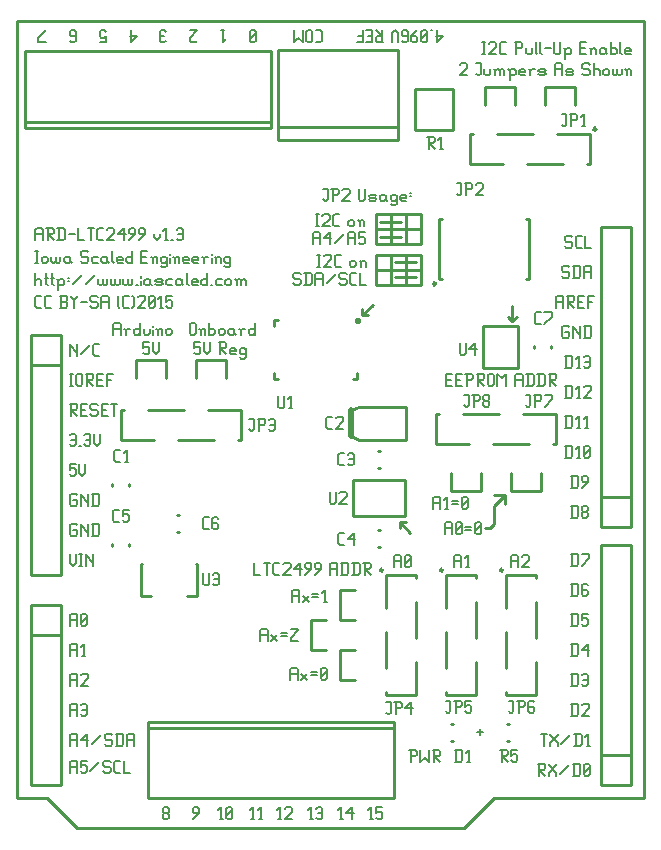
<source format=gbr>
G04 start of page 8 for group -4079 idx -4079 *
G04 Title: (unknown), topsilk *
G04 Creator: pcb 20140316 *
G04 CreationDate: Wed 25 Nov 2015 05:30:27 PM GMT UTC *
G04 For: ndholmes *
G04 Format: Gerber/RS-274X *
G04 PCB-Dimensions (mil): 2100.00 2700.00 *
G04 PCB-Coordinate-Origin: lower left *
%MOIN*%
%FSLAX25Y25*%
%LNTOPSILK*%
%ADD72C,0.0200*%
%ADD71C,0.0080*%
%ADD70C,0.0100*%
G54D70*X500Y269500D02*X209500D01*
X500Y10500D02*Y269500D01*
X40000Y150500D02*Y156500D01*
X50000D01*
Y150500D01*
X60000D02*Y156500D01*
X70000D01*
Y150500D01*
X209500Y269500D02*Y10500D01*
X119000Y175000D02*X115500Y171500D01*
Y173500D01*
Y171500D02*X117500D01*
X120000Y181600D02*X135000D01*
X156500Y241500D02*Y247500D01*
X166500D01*
Y241500D01*
X176500D02*Y247500D01*
X186500D01*
Y241500D01*
X165500Y169500D02*Y174500D01*
Y169500D02*X164000Y171000D01*
X165500Y169500D02*X167000Y171000D01*
X120000Y195100D02*X135000D01*
Y200100D02*X120000D01*
X135000Y205100D02*Y195100D01*
X130000Y205100D02*Y195100D01*
X121500Y202600D02*X128500D01*
X121500Y197600D02*X128500D01*
X120000Y205100D02*X135000D01*
X125000D02*Y195100D01*
X120000Y205100D02*Y195100D01*
X135000Y186600D02*X120000D01*
Y191600D02*X135000D01*
X125000D02*Y181600D01*
X120000Y191600D02*Y181600D01*
X135000Y191600D02*Y181600D01*
X130000Y191600D02*Y181600D01*
X126500Y189100D02*X133500D01*
X126500Y184100D02*X133500D01*
X159500Y10500D02*X149500Y500D01*
X209500Y10500D02*X159500D01*
X149500Y500D02*X20500D01*
X500Y10500D02*X10500D01*
X20500Y500D02*X10500Y10500D01*
X113000Y80000D02*X108000D01*
Y70000D01*
X113000D01*
X108000Y60000D02*Y50000D01*
X113000D01*
Y60000D02*X108000D01*
X103500Y70000D02*X98500D01*
Y60000D01*
X103500D01*
X131500Y99000D02*X128000Y102500D01*
X130000D01*
X128000D02*Y100500D01*
X156500D02*X158000D01*
X159500Y102000D01*
X145000Y113000D02*Y119000D01*
Y113000D02*X155000D01*
Y119000D02*Y113000D01*
X163000Y111500D02*X159500D01*
X163000D02*Y108500D01*
X159500Y102000D02*Y108000D01*
X163000Y111500D01*
X165000Y113000D02*Y119000D01*
X175000D02*Y113000D01*
X165000D02*X175000D01*
G54D71*X18000Y122000D02*X20000D01*
X18000D02*Y120000D01*
X18500Y120500D01*
X19500D01*
X20000Y120000D01*
Y118500D01*
X19500Y118000D02*X20000Y118500D01*
X18500Y118000D02*X19500D01*
X18000Y118500D02*X18500Y118000D01*
X21200Y122000D02*Y119000D01*
X22200Y118000D01*
X23200Y119000D01*
Y122000D02*Y119000D01*
X18000Y131500D02*X18500Y132000D01*
X19500D01*
X20000Y131500D01*
Y128500D01*
X19500Y128000D02*X20000Y128500D01*
X18500Y128000D02*X19500D01*
X18000Y128500D02*X18500Y128000D01*
Y130000D02*X20000D01*
X21200Y128000D02*X21700D01*
X22900Y131500D02*X23400Y132000D01*
X24400D01*
X24900Y131500D01*
Y128500D01*
X24400Y128000D02*X24900Y128500D01*
X23400Y128000D02*X24400D01*
X22900Y128500D02*X23400Y128000D01*
Y130000D02*X24900D01*
X26100Y132000D02*Y129000D01*
X27100Y128000D01*
X28100Y129000D01*
Y132000D02*Y129000D01*
X18000Y152000D02*X19000D01*
X18500D02*Y148000D01*
X18000D02*X19000D01*
X20200Y151500D02*Y148500D01*
Y151500D02*X20700Y152000D01*
X21700D01*
X22200Y151500D01*
Y148500D01*
X21700Y148000D02*X22200Y148500D01*
X20700Y148000D02*X21700D01*
X20200Y148500D02*X20700Y148000D01*
X23400Y152000D02*X25400D01*
X25900Y151500D01*
Y150500D01*
X25400Y150000D02*X25900Y150500D01*
X23900Y150000D02*X25400D01*
X23900Y152000D02*Y148000D01*
Y150000D02*X25900Y148000D01*
X27100Y150000D02*X28600D01*
X27100Y148000D02*X29100D01*
X27100Y152000D02*Y148000D01*
Y152000D02*X29100D01*
X30300D02*Y148000D01*
Y152000D02*X32300D01*
X30300Y150000D02*X31800D01*
X18000Y142000D02*X20000D01*
X20500Y141500D01*
Y140500D01*
X20000Y140000D02*X20500Y140500D01*
X18500Y140000D02*X20000D01*
X18500Y142000D02*Y138000D01*
Y140000D02*X20500Y138000D01*
X21700Y140000D02*X23200D01*
X21700Y138000D02*X23700D01*
X21700Y142000D02*Y138000D01*
Y142000D02*X23700D01*
X26900D02*X27400Y141500D01*
X25400Y142000D02*X26900D01*
X24900Y141500D02*X25400Y142000D01*
X24900Y141500D02*Y140500D01*
X25400Y140000D01*
X26900D01*
X27400Y139500D01*
Y138500D01*
X26900Y138000D02*X27400Y138500D01*
X25400Y138000D02*X26900D01*
X24900Y138500D02*X25400Y138000D01*
X28600Y140000D02*X30100D01*
X28600Y138000D02*X30600D01*
X28600Y142000D02*Y138000D01*
Y142000D02*X30600D01*
X31800D02*X33800D01*
X32800D02*Y138000D01*
X18000Y162000D02*Y158000D01*
Y162000D02*Y161500D01*
X20500Y159000D01*
Y162000D02*Y158000D01*
X21700Y158500D02*X24700Y161500D01*
X26400Y158000D02*X27900D01*
X25900Y158500D02*X26400Y158000D01*
X25900Y161500D02*Y158500D01*
Y161500D02*X26400Y162000D01*
X27900D01*
X18000Y92000D02*Y89000D01*
X19000Y88000D01*
X20000Y89000D01*
Y92000D02*Y89000D01*
X21200Y92000D02*X22200D01*
X21700D02*Y88000D01*
X21200D02*X22200D01*
X23400Y92000D02*Y88000D01*
Y92000D02*Y91500D01*
X25900Y89000D01*
Y92000D02*Y88000D01*
X20000Y102000D02*X20500Y101500D01*
X18500Y102000D02*X20000D01*
X18000Y101500D02*X18500Y102000D01*
X18000Y101500D02*Y98500D01*
X18500Y98000D01*
X20000D01*
X20500Y98500D01*
Y99500D02*Y98500D01*
X20000Y100000D02*X20500Y99500D01*
X19000Y100000D02*X20000D01*
X21700Y102000D02*Y98000D01*
Y102000D02*Y101500D01*
X24200Y99000D01*
Y102000D02*Y98000D01*
X25900Y102000D02*Y98000D01*
X27400Y102000D02*X27900Y101500D01*
Y98500D01*
X27400Y98000D02*X27900Y98500D01*
X25400Y98000D02*X27400D01*
X25400Y102000D02*X27400D01*
X20000Y112000D02*X20500Y111500D01*
X18500Y112000D02*X20000D01*
X18000Y111500D02*X18500Y112000D01*
X18000Y111500D02*Y108500D01*
X18500Y108000D01*
X20000D01*
X20500Y108500D01*
Y109500D02*Y108500D01*
X20000Y110000D02*X20500Y109500D01*
X19000Y110000D02*X20000D01*
X21700Y112000D02*Y108000D01*
Y112000D02*Y111500D01*
X24200Y109000D01*
Y112000D02*Y108000D01*
X25900Y112000D02*Y108000D01*
X27400Y112000D02*X27900Y111500D01*
Y108500D01*
X27400Y108000D02*X27900Y108500D01*
X25400Y108000D02*X27400D01*
X25400Y112000D02*X27400D01*
X142500Y264500D02*X140500Y262500D01*
X140000Y264500D02*X142500D01*
X140500Y266500D02*Y262500D01*
X138300Y266500D02*X138800D01*
X137100Y266000D02*X136600Y266500D01*
X137100Y266000D02*Y263000D01*
X136600Y262500D01*
X135600D02*X136600D01*
X135600D02*X135100Y263000D01*
Y266000D02*Y263000D01*
X135600Y266500D02*X135100Y266000D01*
X135600Y266500D02*X136600D01*
X137100Y265500D02*X135100Y263500D01*
X133900Y266500D02*X131900Y264500D01*
Y263000D01*
X132400Y262500D02*X131900Y263000D01*
X132400Y262500D02*X133400D01*
X133900Y263000D02*X133400Y262500D01*
X133900Y264000D02*Y263000D01*
Y264000D02*X133400Y264500D01*
X131900D02*X133400D01*
X129200Y262500D02*X128700Y263000D01*
X129200Y262500D02*X130200D01*
X130700Y263000D02*X130200Y262500D01*
X130700Y266000D02*Y263000D01*
Y266000D02*X130200Y266500D01*
X129200Y264500D02*X128700Y265000D01*
X129200Y264500D02*X130700D01*
X129200Y266500D02*X130200D01*
X129200D02*X128700Y266000D01*
Y265000D01*
X127500Y265500D02*Y262500D01*
Y265500D02*X126500Y266500D01*
X125500Y265500D01*
Y262500D01*
X120500D02*X122500D01*
X120500D02*X120000Y263000D01*
Y264000D02*Y263000D01*
X120500Y264500D02*X120000Y264000D01*
X120500Y264500D02*X122000D01*
Y266500D02*Y262500D01*
Y264500D02*X120000Y266500D01*
X117300Y264500D02*X118800D01*
X116800Y266500D02*X118800D01*
Y262500D01*
X116800D02*X118800D01*
X115600Y266500D02*Y262500D01*
X113600D02*X115600D01*
X114100Y264500D02*X115600D01*
X100000Y266500D02*X101500D01*
X102000Y266000D02*X101500Y266500D01*
X102000Y266000D02*Y263000D01*
X101500Y262500D01*
X100000D02*X101500D01*
X98800Y266000D02*Y263000D01*
X98300Y262500D01*
X97300D02*X98300D01*
X97300D02*X96800Y263000D01*
Y266000D02*Y263000D01*
X97300Y266500D02*X96800Y266000D01*
X97300Y266500D02*X98300D01*
X98800Y266000D02*X98300Y266500D01*
X95600D02*Y262500D01*
X94100Y264000D01*
X92600Y262500D01*
Y266500D02*Y262500D01*
X80000Y266000D02*X79500Y266500D01*
X80000Y266000D02*Y263000D01*
X79500Y262500D01*
X78500D02*X79500D01*
X78500D02*X78000Y263000D01*
Y266000D02*Y263000D01*
X78500Y266500D02*X78000Y266000D01*
X78500Y266500D02*X79500D01*
X80000Y265500D02*X78000Y263500D01*
X68500Y266500D02*X69500D01*
X69000D02*Y262500D01*
X70000Y263500D02*X69000Y262500D01*
X148000Y255000D02*X148500Y255500D01*
X150000D01*
X150500Y255000D01*
Y254000D01*
X148000Y251500D02*X150500Y254000D01*
X148000Y251500D02*X150500D01*
X153500Y255500D02*X155000D01*
Y252000D01*
X154500Y251500D02*X155000Y252000D01*
X154000Y251500D02*X154500D01*
X153500Y252000D02*X154000Y251500D01*
X156200Y253500D02*Y252000D01*
X156700Y251500D01*
X157700D01*
X158200Y252000D01*
Y253500D02*Y252000D01*
X159900Y253000D02*Y251500D01*
Y253000D02*X160400Y253500D01*
X160900D01*
X161400Y253000D01*
Y251500D01*
Y253000D02*X161900Y253500D01*
X162400D01*
X162900Y253000D01*
Y251500D01*
X159400Y253500D02*X159900Y253000D01*
X164600D02*Y250000D01*
X164100Y253500D02*X164600Y253000D01*
X165100Y253500D01*
X166100D01*
X166600Y253000D01*
Y252000D01*
X166100Y251500D02*X166600Y252000D01*
X165100Y251500D02*X166100D01*
X164600Y252000D02*X165100Y251500D01*
X168300D02*X169800D01*
X167800Y252000D02*X168300Y251500D01*
X167800Y253000D02*Y252000D01*
Y253000D02*X168300Y253500D01*
X169300D01*
X169800Y253000D01*
X167800Y252500D02*X169800D01*
Y253000D02*Y252500D01*
X171500Y253000D02*Y251500D01*
Y253000D02*X172000Y253500D01*
X173000D01*
X171000D02*X171500Y253000D01*
X174700Y251500D02*X176200D01*
X176700Y252000D01*
X176200Y252500D02*X176700Y252000D01*
X174700Y252500D02*X176200D01*
X174200Y253000D02*X174700Y252500D01*
X174200Y253000D02*X174700Y253500D01*
X176200D01*
X176700Y253000D01*
X174200Y252000D02*X174700Y251500D01*
X179700Y255000D02*Y251500D01*
Y255000D02*X180200Y255500D01*
X181700D01*
X182200Y255000D01*
Y251500D01*
X179700Y253500D02*X182200D01*
X183900Y251500D02*X185400D01*
X185900Y252000D01*
X185400Y252500D02*X185900Y252000D01*
X183900Y252500D02*X185400D01*
X183400Y253000D02*X183900Y252500D01*
X183400Y253000D02*X183900Y253500D01*
X185400D01*
X185900Y253000D01*
X183400Y252000D02*X183900Y251500D01*
X190900Y255500D02*X191400Y255000D01*
X189400Y255500D02*X190900D01*
X188900Y255000D02*X189400Y255500D01*
X188900Y255000D02*Y254000D01*
X189400Y253500D01*
X190900D01*
X191400Y253000D01*
Y252000D01*
X190900Y251500D02*X191400Y252000D01*
X189400Y251500D02*X190900D01*
X188900Y252000D02*X189400Y251500D01*
X192600Y255500D02*Y251500D01*
Y253000D02*X193100Y253500D01*
X194100D01*
X194600Y253000D01*
Y251500D01*
X195800Y253000D02*Y252000D01*
Y253000D02*X196300Y253500D01*
X197300D01*
X197800Y253000D01*
Y252000D01*
X197300Y251500D02*X197800Y252000D01*
X196300Y251500D02*X197300D01*
X195800Y252000D02*X196300Y251500D01*
X199000Y253500D02*Y252000D01*
X199500Y251500D01*
X200000D01*
X200500Y252000D01*
Y253500D02*Y252000D01*
X201000Y251500D01*
X201500D01*
X202000Y252000D01*
Y253500D02*Y252000D01*
X203700Y253000D02*Y251500D01*
Y253000D02*X204200Y253500D01*
X204700D01*
X205200Y253000D01*
Y251500D01*
X203200Y253500D02*X203700Y253000D01*
X155500Y262500D02*X156500D01*
X156000D02*Y258500D01*
X155500D02*X156500D01*
X157700Y262000D02*X158200Y262500D01*
X159700D01*
X160200Y262000D01*
Y261000D01*
X157700Y258500D02*X160200Y261000D01*
X157700Y258500D02*X160200D01*
X161900D02*X163400D01*
X161400Y259000D02*X161900Y258500D01*
X161400Y262000D02*Y259000D01*
Y262000D02*X161900Y262500D01*
X163400D01*
X166900D02*Y258500D01*
X166400Y262500D02*X168400D01*
X168900Y262000D01*
Y261000D01*
X168400Y260500D02*X168900Y261000D01*
X166900Y260500D02*X168400D01*
X170100D02*Y259000D01*
X170600Y258500D01*
X171600D01*
X172100Y259000D01*
Y260500D02*Y259000D01*
X173300Y262500D02*Y259000D01*
X173800Y258500D01*
X174800Y262500D02*Y259000D01*
X175300Y258500D01*
X176300Y260500D02*X178300D01*
X179500Y262500D02*Y259000D01*
X180000Y258500D01*
X181000D01*
X181500Y259000D01*
Y262500D02*Y259000D01*
X183200Y260000D02*Y257000D01*
X182700Y260500D02*X183200Y260000D01*
X183700Y260500D01*
X184700D01*
X185200Y260000D01*
Y259000D01*
X184700Y258500D02*X185200Y259000D01*
X183700Y258500D02*X184700D01*
X183200Y259000D02*X183700Y258500D01*
X188200Y260500D02*X189700D01*
X188200Y258500D02*X190200D01*
X188200Y262500D02*Y258500D01*
Y262500D02*X190200D01*
X191900Y260000D02*Y258500D01*
Y260000D02*X192400Y260500D01*
X192900D01*
X193400Y260000D01*
Y258500D01*
X191400Y260500D02*X191900Y260000D01*
X196100Y260500D02*X196600Y260000D01*
X195100Y260500D02*X196100D01*
X194600Y260000D02*X195100Y260500D01*
X194600Y260000D02*Y259000D01*
X195100Y258500D01*
X196600Y260500D02*Y259000D01*
X197100Y258500D01*
X195100D02*X196100D01*
X196600Y259000D01*
X198300Y262500D02*Y258500D01*
Y259000D02*X198800Y258500D01*
X199800D01*
X200300Y259000D01*
Y260000D02*Y259000D01*
X199800Y260500D02*X200300Y260000D01*
X198800Y260500D02*X199800D01*
X198300Y260000D02*X198800Y260500D01*
X201500Y262500D02*Y259000D01*
X202000Y258500D01*
X203500D02*X205000D01*
X203000Y259000D02*X203500Y258500D01*
X203000Y260000D02*Y259000D01*
Y260000D02*X203500Y260500D01*
X204500D01*
X205000Y260000D01*
X203000Y259500D02*X205000D01*
Y260000D02*Y259500D01*
X60500Y263000D02*X60000Y262500D01*
X58500D02*X60000D01*
X58500D02*X58000Y263000D01*
Y264000D02*Y263000D01*
X60500Y266500D02*X58000Y264000D01*
Y266500D02*X60500D01*
X50000Y263000D02*X49500Y262500D01*
X48500D02*X49500D01*
X48500D02*X48000Y263000D01*
Y266000D02*Y263000D01*
X48500Y266500D02*X48000Y266000D01*
X48500Y266500D02*X49500D01*
X50000Y266000D02*X49500Y266500D01*
X48000Y264500D02*X49500D01*
X40500D02*X38500Y262500D01*
X38000Y264500D02*X40500D01*
X38500Y266500D02*Y262500D01*
X28000D02*X30000D01*
Y264500D02*Y262500D01*
Y264500D02*X29500Y264000D01*
X28500D02*X29500D01*
X28500D02*X28000Y264500D01*
Y266000D02*Y264500D01*
X28500Y266500D02*X28000Y266000D01*
X28500Y266500D02*X29500D01*
X30000Y266000D02*X29500Y266500D01*
X18500Y262500D02*X18000Y263000D01*
X18500Y262500D02*X19500D01*
X20000Y263000D02*X19500Y262500D01*
X20000Y266000D02*Y263000D01*
Y266000D02*X19500Y266500D01*
X18500Y264500D02*X18000Y265000D01*
X18500Y264500D02*X20000D01*
X18500Y266500D02*X19500D01*
X18500D02*X18000Y266000D01*
Y265000D01*
X10000Y266500D02*X7500Y264000D01*
Y262500D01*
X10000D01*
X185500Y108000D02*Y104000D01*
X187000Y108000D02*X187500Y107500D01*
Y104500D01*
X187000Y104000D02*X187500Y104500D01*
X185000Y104000D02*X187000D01*
X185000Y108000D02*X187000D01*
X188700Y104500D02*X189200Y104000D01*
X188700Y105500D02*Y104500D01*
Y105500D02*X189200Y106000D01*
X190200D01*
X190700Y105500D01*
Y104500D01*
X190200Y104000D02*X190700Y104500D01*
X189200Y104000D02*X190200D01*
X188700Y106500D02*X189200Y106000D01*
X188700Y107500D02*Y106500D01*
Y107500D02*X189200Y108000D01*
X190200D01*
X190700Y107500D01*
Y106500D01*
X190200Y106000D02*X190700Y106500D01*
X183500Y138000D02*Y134000D01*
X185000Y138000D02*X185500Y137500D01*
Y134500D01*
X185000Y134000D02*X185500Y134500D01*
X183000Y134000D02*X185000D01*
X183000Y138000D02*X185000D01*
X187200Y134000D02*X188200D01*
X187700Y138000D02*Y134000D01*
X186700Y137000D02*X187700Y138000D01*
X189900Y134000D02*X190900D01*
X190400Y138000D02*Y134000D01*
X189400Y137000D02*X190400Y138000D01*
X183500Y128000D02*Y124000D01*
X185000Y128000D02*X185500Y127500D01*
Y124500D01*
X185000Y124000D02*X185500Y124500D01*
X183000Y124000D02*X185000D01*
X183000Y128000D02*X185000D01*
X187200Y124000D02*X188200D01*
X187700Y128000D02*Y124000D01*
X186700Y127000D02*X187700Y128000D01*
X189400Y124500D02*X189900Y124000D01*
X189400Y127500D02*Y124500D01*
Y127500D02*X189900Y128000D01*
X190900D01*
X191400Y127500D01*
Y124500D01*
X190900Y124000D02*X191400Y124500D01*
X189900Y124000D02*X190900D01*
X189400Y125000D02*X191400Y127000D01*
X185500Y118000D02*Y114000D01*
X187000Y118000D02*X187500Y117500D01*
Y114500D01*
X187000Y114000D02*X187500Y114500D01*
X185000Y114000D02*X187000D01*
X185000Y118000D02*X187000D01*
X188700Y114000D02*X190700Y116000D01*
Y117500D02*Y116000D01*
X190200Y118000D02*X190700Y117500D01*
X189200Y118000D02*X190200D01*
X188700Y117500D02*X189200Y118000D01*
X188700Y117500D02*Y116500D01*
X189200Y116000D01*
X190700D01*
X180000Y177500D02*Y174000D01*
Y177500D02*X180500Y178000D01*
X182000D01*
X182500Y177500D01*
Y174000D01*
X180000Y176000D02*X182500D01*
X183700Y178000D02*X185700D01*
X186200Y177500D01*
Y176500D01*
X185700Y176000D02*X186200Y176500D01*
X184200Y176000D02*X185700D01*
X184200Y178000D02*Y174000D01*
Y176000D02*X186200Y174000D01*
X187400Y176000D02*X188900D01*
X187400Y174000D02*X189400D01*
X187400Y178000D02*Y174000D01*
Y178000D02*X189400D01*
X190600D02*Y174000D01*
Y178000D02*X192600D01*
X190600Y176000D02*X192100D01*
X185000Y198000D02*X185500Y197500D01*
X183500Y198000D02*X185000D01*
X183000Y197500D02*X183500Y198000D01*
X183000Y197500D02*Y196500D01*
X183500Y196000D01*
X185000D01*
X185500Y195500D01*
Y194500D01*
X185000Y194000D02*X185500Y194500D01*
X183500Y194000D02*X185000D01*
X183000Y194500D02*X183500Y194000D01*
X187200D02*X188700D01*
X186700Y194500D02*X187200Y194000D01*
X186700Y197500D02*Y194500D01*
Y197500D02*X187200Y198000D01*
X188700D01*
X189900D02*Y194000D01*
X191900D01*
X184000Y168000D02*X184500Y167500D01*
X182500Y168000D02*X184000D01*
X182000Y167500D02*X182500Y168000D01*
X182000Y167500D02*Y164500D01*
X182500Y164000D01*
X184000D01*
X184500Y164500D01*
Y165500D02*Y164500D01*
X184000Y166000D02*X184500Y165500D01*
X183000Y166000D02*X184000D01*
X185700Y168000D02*Y164000D01*
Y168000D02*Y167500D01*
X188200Y165000D01*
Y168000D02*Y164000D01*
X189900Y168000D02*Y164000D01*
X191400Y168000D02*X191900Y167500D01*
Y164500D01*
X191400Y164000D02*X191900Y164500D01*
X189400Y164000D02*X191400D01*
X189400Y168000D02*X191400D01*
X184000Y188000D02*X184500Y187500D01*
X182500Y188000D02*X184000D01*
X182000Y187500D02*X182500Y188000D01*
X182000Y187500D02*Y186500D01*
X182500Y186000D01*
X184000D01*
X184500Y185500D01*
Y184500D01*
X184000Y184000D02*X184500Y184500D01*
X182500Y184000D02*X184000D01*
X182000Y184500D02*X182500Y184000D01*
X186200Y188000D02*Y184000D01*
X187700Y188000D02*X188200Y187500D01*
Y184500D01*
X187700Y184000D02*X188200Y184500D01*
X185700Y184000D02*X187700D01*
X185700Y188000D02*X187700D01*
X189400Y187500D02*Y184000D01*
Y187500D02*X189900Y188000D01*
X191400D01*
X191900Y187500D01*
Y184000D01*
X189400Y186000D02*X191900D01*
X183500Y158000D02*Y154000D01*
X185000Y158000D02*X185500Y157500D01*
Y154500D01*
X185000Y154000D02*X185500Y154500D01*
X183000Y154000D02*X185000D01*
X183000Y158000D02*X185000D01*
X187200Y154000D02*X188200D01*
X187700Y158000D02*Y154000D01*
X186700Y157000D02*X187700Y158000D01*
X189400Y157500D02*X189900Y158000D01*
X190900D01*
X191400Y157500D01*
Y154500D01*
X190900Y154000D02*X191400Y154500D01*
X189900Y154000D02*X190900D01*
X189400Y154500D02*X189900Y154000D01*
Y156000D02*X191400D01*
X183500Y148000D02*Y144000D01*
X185000Y148000D02*X185500Y147500D01*
Y144500D01*
X185000Y144000D02*X185500Y144500D01*
X183000Y144000D02*X185000D01*
X183000Y148000D02*X185000D01*
X187200Y144000D02*X188200D01*
X187700Y148000D02*Y144000D01*
X186700Y147000D02*X187700Y148000D01*
X189400Y147500D02*X189900Y148000D01*
X191400D01*
X191900Y147500D01*
Y146500D01*
X189400Y144000D02*X191900Y146500D01*
X189400Y144000D02*X191900D01*
X149500Y145000D02*X151000D01*
Y141500D01*
X150500Y141000D02*X151000Y141500D01*
X150000Y141000D02*X150500D01*
X149500Y141500D02*X150000Y141000D01*
X152700Y145000D02*Y141000D01*
X152200Y145000D02*X154200D01*
X154700Y144500D01*
Y143500D01*
X154200Y143000D02*X154700Y143500D01*
X152700Y143000D02*X154200D01*
X155900Y141500D02*X156400Y141000D01*
X155900Y142500D02*Y141500D01*
Y142500D02*X156400Y143000D01*
X157400D01*
X157900Y142500D01*
Y141500D01*
X157400Y141000D02*X157900Y141500D01*
X156400Y141000D02*X157400D01*
X155900Y143500D02*X156400Y143000D01*
X155900Y144500D02*Y143500D01*
Y144500D02*X156400Y145000D01*
X157400D01*
X157900Y144500D01*
Y143500D01*
X157400Y143000D02*X157900Y143500D01*
X170000Y145000D02*X171500D01*
Y141500D01*
X171000Y141000D02*X171500Y141500D01*
X170500Y141000D02*X171000D01*
X170000Y141500D02*X170500Y141000D01*
X173200Y145000D02*Y141000D01*
X172700Y145000D02*X174700D01*
X175200Y144500D01*
Y143500D01*
X174700Y143000D02*X175200Y143500D01*
X173200Y143000D02*X174700D01*
X176400Y141000D02*X178900Y143500D01*
Y145000D02*Y143500D01*
X176400Y145000D02*X178900D01*
X139000Y110500D02*Y107000D01*
Y110500D02*X139500Y111000D01*
X141000D01*
X141500Y110500D01*
Y107000D01*
X139000Y109000D02*X141500D01*
X143200Y107000D02*X144200D01*
X143700Y111000D02*Y107000D01*
X142700Y110000D02*X143700Y111000D01*
X145400Y109500D02*X147400D01*
X145400Y108500D02*X147400D01*
X148600Y107500D02*X149100Y107000D01*
X148600Y110500D02*Y107500D01*
Y110500D02*X149100Y111000D01*
X150100D01*
X150600Y110500D01*
Y107500D01*
X150100Y107000D02*X150600Y107500D01*
X149100Y107000D02*X150100D01*
X148600Y108000D02*X150600Y110000D01*
X143000Y102000D02*Y98500D01*
Y102000D02*X143500Y102500D01*
X145000D01*
X145500Y102000D01*
Y98500D01*
X143000Y100500D02*X145500D01*
X146700Y99000D02*X147200Y98500D01*
X146700Y102000D02*Y99000D01*
Y102000D02*X147200Y102500D01*
X148200D01*
X148700Y102000D01*
Y99000D01*
X148200Y98500D02*X148700Y99000D01*
X147200Y98500D02*X148200D01*
X146700Y99500D02*X148700Y101500D01*
X149900Y101000D02*X151900D01*
X149900Y100000D02*X151900D01*
X153100Y99000D02*X153600Y98500D01*
X153100Y102000D02*Y99000D01*
Y102000D02*X153600Y102500D01*
X154600D01*
X155100Y102000D01*
Y99000D01*
X154600Y98500D02*X155100Y99000D01*
X153600Y98500D02*X154600D01*
X153100Y99500D02*X155100Y101500D01*
X143500Y150000D02*X145000D01*
X143500Y148000D02*X145500D01*
X143500Y152000D02*Y148000D01*
Y152000D02*X145500D01*
X146700Y150000D02*X148200D01*
X146700Y148000D02*X148700D01*
X146700Y152000D02*Y148000D01*
Y152000D02*X148700D01*
X150400D02*Y148000D01*
X149900Y152000D02*X151900D01*
X152400Y151500D01*
Y150500D01*
X151900Y150000D02*X152400Y150500D01*
X150400Y150000D02*X151900D01*
X153600Y152000D02*X155600D01*
X156100Y151500D01*
Y150500D01*
X155600Y150000D02*X156100Y150500D01*
X154100Y150000D02*X155600D01*
X154100Y152000D02*Y148000D01*
Y150000D02*X156100Y148000D01*
X157300Y151500D02*Y148500D01*
Y151500D02*X157800Y152000D01*
X158800D01*
X159300Y151500D01*
Y148500D01*
X158800Y148000D02*X159300Y148500D01*
X157800Y148000D02*X158800D01*
X157300Y148500D02*X157800Y148000D01*
X160500Y152000D02*Y148000D01*
Y152000D02*X162000Y150500D01*
X163500Y152000D01*
Y148000D01*
X166500Y151500D02*Y148000D01*
Y151500D02*X167000Y152000D01*
X168500D01*
X169000Y151500D01*
Y148000D01*
X166500Y150000D02*X169000D01*
X170700Y152000D02*Y148000D01*
X172200Y152000D02*X172700Y151500D01*
Y148500D01*
X172200Y148000D02*X172700Y148500D01*
X170200Y148000D02*X172200D01*
X170200Y152000D02*X172200D01*
X174400D02*Y148000D01*
X175900Y152000D02*X176400Y151500D01*
Y148500D01*
X175900Y148000D02*X176400Y148500D01*
X173900Y148000D02*X175900D01*
X173900Y152000D02*X175900D01*
X177600D02*X179600D01*
X180100Y151500D01*
Y150500D01*
X179600Y150000D02*X180100Y150500D01*
X178100Y150000D02*X179600D01*
X178100Y152000D02*Y148000D01*
Y150000D02*X180100Y148000D01*
X6500Y200000D02*Y196500D01*
Y200000D02*X7000Y200500D01*
X8500D01*
X9000Y200000D01*
Y196500D01*
X6500Y198500D02*X9000D01*
X10200Y200500D02*X12200D01*
X12700Y200000D01*
Y199000D01*
X12200Y198500D02*X12700Y199000D01*
X10700Y198500D02*X12200D01*
X10700Y200500D02*Y196500D01*
Y198500D02*X12700Y196500D01*
X14400Y200500D02*Y196500D01*
X15900Y200500D02*X16400Y200000D01*
Y197000D01*
X15900Y196500D02*X16400Y197000D01*
X13900Y196500D02*X15900D01*
X13900Y200500D02*X15900D01*
X17600Y198500D02*X19600D01*
X20800Y200500D02*Y196500D01*
X22800D01*
X24000Y200500D02*X26000D01*
X25000D02*Y196500D01*
X27700D02*X29200D01*
X27200Y197000D02*X27700Y196500D01*
X27200Y200000D02*Y197000D01*
Y200000D02*X27700Y200500D01*
X29200D01*
X30400Y200000D02*X30900Y200500D01*
X32400D01*
X32900Y200000D01*
Y199000D01*
X30400Y196500D02*X32900Y199000D01*
X30400Y196500D02*X32900D01*
X34100Y198500D02*X36100Y200500D01*
X34100Y198500D02*X36600D01*
X36100Y200500D02*Y196500D01*
X37800D02*X39800Y198500D01*
Y200000D02*Y198500D01*
X39300Y200500D02*X39800Y200000D01*
X38300Y200500D02*X39300D01*
X37800Y200000D02*X38300Y200500D01*
X37800Y200000D02*Y199000D01*
X38300Y198500D01*
X39800D01*
X41000Y196500D02*X43000Y198500D01*
Y200000D02*Y198500D01*
X42500Y200500D02*X43000Y200000D01*
X41500Y200500D02*X42500D01*
X41000Y200000D02*X41500Y200500D01*
X41000Y200000D02*Y199000D01*
X41500Y198500D01*
X43000D01*
X46000D02*Y197500D01*
X47000Y196500D01*
X48000Y197500D01*
Y198500D02*Y197500D01*
X49700Y196500D02*X50700D01*
X50200Y200500D02*Y196500D01*
X49200Y199500D02*X50200Y200500D01*
X51900Y196500D02*X52400D01*
X53600Y200000D02*X54100Y200500D01*
X55100D01*
X55600Y200000D01*
Y197000D01*
X55100Y196500D02*X55600Y197000D01*
X54100Y196500D02*X55100D01*
X53600Y197000D02*X54100Y196500D01*
Y198500D02*X55600D01*
X6500Y193000D02*X7500D01*
X7000D02*Y189000D01*
X6500D02*X7500D01*
X8700Y190500D02*Y189500D01*
Y190500D02*X9200Y191000D01*
X10200D01*
X10700Y190500D01*
Y189500D01*
X10200Y189000D02*X10700Y189500D01*
X9200Y189000D02*X10200D01*
X8700Y189500D02*X9200Y189000D01*
X11900Y191000D02*Y189500D01*
X12400Y189000D01*
X12900D01*
X13400Y189500D01*
Y191000D02*Y189500D01*
X13900Y189000D01*
X14400D01*
X14900Y189500D01*
Y191000D02*Y189500D01*
X17600Y191000D02*X18100Y190500D01*
X16600Y191000D02*X17600D01*
X16100Y190500D02*X16600Y191000D01*
X16100Y190500D02*Y189500D01*
X16600Y189000D01*
X18100Y191000D02*Y189500D01*
X18600Y189000D01*
X16600D02*X17600D01*
X18100Y189500D01*
X23600Y193000D02*X24100Y192500D01*
X22100Y193000D02*X23600D01*
X21600Y192500D02*X22100Y193000D01*
X21600Y192500D02*Y191500D01*
X22100Y191000D01*
X23600D01*
X24100Y190500D01*
Y189500D01*
X23600Y189000D02*X24100Y189500D01*
X22100Y189000D02*X23600D01*
X21600Y189500D02*X22100Y189000D01*
X25800Y191000D02*X27300D01*
X25300Y190500D02*X25800Y191000D01*
X25300Y190500D02*Y189500D01*
X25800Y189000D01*
X27300D01*
X30000Y191000D02*X30500Y190500D01*
X29000Y191000D02*X30000D01*
X28500Y190500D02*X29000Y191000D01*
X28500Y190500D02*Y189500D01*
X29000Y189000D01*
X30500Y191000D02*Y189500D01*
X31000Y189000D01*
X29000D02*X30000D01*
X30500Y189500D01*
X32200Y193000D02*Y189500D01*
X32700Y189000D01*
X34200D02*X35700D01*
X33700Y189500D02*X34200Y189000D01*
X33700Y190500D02*Y189500D01*
Y190500D02*X34200Y191000D01*
X35200D01*
X35700Y190500D01*
X33700Y190000D02*X35700D01*
Y190500D02*Y190000D01*
X38900Y193000D02*Y189000D01*
X38400D02*X38900Y189500D01*
X37400Y189000D02*X38400D01*
X36900Y189500D02*X37400Y189000D01*
X36900Y190500D02*Y189500D01*
Y190500D02*X37400Y191000D01*
X38400D01*
X38900Y190500D01*
X41900Y191000D02*X43400D01*
X41900Y189000D02*X43900D01*
X41900Y193000D02*Y189000D01*
Y193000D02*X43900D01*
X45600Y190500D02*Y189000D01*
Y190500D02*X46100Y191000D01*
X46600D01*
X47100Y190500D01*
Y189000D01*
X45100Y191000D02*X45600Y190500D01*
X49800Y191000D02*X50300Y190500D01*
X48800Y191000D02*X49800D01*
X48300Y190500D02*X48800Y191000D01*
X48300Y190500D02*Y189500D01*
X48800Y189000D01*
X49800D01*
X50300Y189500D01*
X48300Y188000D02*X48800Y187500D01*
X49800D01*
X50300Y188000D01*
Y191000D02*Y188000D01*
X51500Y192000D02*Y191500D01*
Y190500D02*Y189000D01*
X53000Y190500D02*Y189000D01*
Y190500D02*X53500Y191000D01*
X54000D01*
X54500Y190500D01*
Y189000D01*
X52500Y191000D02*X53000Y190500D01*
X56200Y189000D02*X57700D01*
X55700Y189500D02*X56200Y189000D01*
X55700Y190500D02*Y189500D01*
Y190500D02*X56200Y191000D01*
X57200D01*
X57700Y190500D01*
X55700Y190000D02*X57700D01*
Y190500D02*Y190000D01*
X59400Y189000D02*X60900D01*
X58900Y189500D02*X59400Y189000D01*
X58900Y190500D02*Y189500D01*
Y190500D02*X59400Y191000D01*
X60400D01*
X60900Y190500D01*
X58900Y190000D02*X60900D01*
Y190500D02*Y190000D01*
X62600Y190500D02*Y189000D01*
Y190500D02*X63100Y191000D01*
X64100D01*
X62100D02*X62600Y190500D01*
X65300Y192000D02*Y191500D01*
Y190500D02*Y189000D01*
X66800Y190500D02*Y189000D01*
Y190500D02*X67300Y191000D01*
X67800D01*
X68300Y190500D01*
Y189000D01*
X66300Y191000D02*X66800Y190500D01*
X71000Y191000D02*X71500Y190500D01*
X70000Y191000D02*X71000D01*
X69500Y190500D02*X70000Y191000D01*
X69500Y190500D02*Y189500D01*
X70000Y189000D01*
X71000D01*
X71500Y189500D01*
X69500Y188000D02*X70000Y187500D01*
X71000D01*
X71500Y188000D01*
Y191000D02*Y188000D01*
X6500Y185500D02*Y181500D01*
Y183000D02*X7000Y183500D01*
X8000D01*
X8500Y183000D01*
Y181500D01*
X10200Y185500D02*Y182000D01*
X10700Y181500D01*
X9700Y184000D02*X10700D01*
X12200Y185500D02*Y182000D01*
X12700Y181500D01*
X11700Y184000D02*X12700D01*
X14200Y183000D02*Y180000D01*
X13700Y183500D02*X14200Y183000D01*
X14700Y183500D01*
X15700D01*
X16200Y183000D01*
Y182000D01*
X15700Y181500D02*X16200Y182000D01*
X14700Y181500D02*X15700D01*
X14200Y182000D02*X14700Y181500D01*
X17400Y184000D02*X17900D01*
X17400Y183000D02*X17900D01*
X19100Y182000D02*X22100Y185000D01*
X23300Y182000D02*X26300Y185000D01*
X27500Y183500D02*Y182000D01*
X28000Y181500D01*
X28500D01*
X29000Y182000D01*
Y183500D02*Y182000D01*
X29500Y181500D01*
X30000D01*
X30500Y182000D01*
Y183500D02*Y182000D01*
X31700Y183500D02*Y182000D01*
X32200Y181500D01*
X32700D01*
X33200Y182000D01*
Y183500D02*Y182000D01*
X33700Y181500D01*
X34200D01*
X34700Y182000D01*
Y183500D02*Y182000D01*
X35900Y183500D02*Y182000D01*
X36400Y181500D01*
X36900D01*
X37400Y182000D01*
Y183500D02*Y182000D01*
X37900Y181500D01*
X38400D01*
X38900Y182000D01*
Y183500D02*Y182000D01*
X40100Y181500D02*X40600D01*
X41800Y184500D02*Y184000D01*
Y183000D02*Y181500D01*
X44300Y183500D02*X44800Y183000D01*
X43300Y183500D02*X44300D01*
X42800Y183000D02*X43300Y183500D01*
X42800Y183000D02*Y182000D01*
X43300Y181500D01*
X44800Y183500D02*Y182000D01*
X45300Y181500D01*
X43300D02*X44300D01*
X44800Y182000D01*
X47000Y181500D02*X48500D01*
X49000Y182000D01*
X48500Y182500D02*X49000Y182000D01*
X47000Y182500D02*X48500D01*
X46500Y183000D02*X47000Y182500D01*
X46500Y183000D02*X47000Y183500D01*
X48500D01*
X49000Y183000D01*
X46500Y182000D02*X47000Y181500D01*
X50700Y183500D02*X52200D01*
X50200Y183000D02*X50700Y183500D01*
X50200Y183000D02*Y182000D01*
X50700Y181500D01*
X52200D01*
X54900Y183500D02*X55400Y183000D01*
X53900Y183500D02*X54900D01*
X53400Y183000D02*X53900Y183500D01*
X53400Y183000D02*Y182000D01*
X53900Y181500D01*
X55400Y183500D02*Y182000D01*
X55900Y181500D01*
X53900D02*X54900D01*
X55400Y182000D01*
X57100Y185500D02*Y182000D01*
X57600Y181500D01*
X59100D02*X60600D01*
X58600Y182000D02*X59100Y181500D01*
X58600Y183000D02*Y182000D01*
Y183000D02*X59100Y183500D01*
X60100D01*
X60600Y183000D01*
X58600Y182500D02*X60600D01*
Y183000D02*Y182500D01*
X63800Y185500D02*Y181500D01*
X63300D02*X63800Y182000D01*
X62300Y181500D02*X63300D01*
X61800Y182000D02*X62300Y181500D01*
X61800Y183000D02*Y182000D01*
Y183000D02*X62300Y183500D01*
X63300D01*
X63800Y183000D01*
X65000Y181500D02*X65500D01*
X67200Y183500D02*X68700D01*
X66700Y183000D02*X67200Y183500D01*
X66700Y183000D02*Y182000D01*
X67200Y181500D01*
X68700D01*
X69900Y183000D02*Y182000D01*
Y183000D02*X70400Y183500D01*
X71400D01*
X71900Y183000D01*
Y182000D01*
X71400Y181500D02*X71900Y182000D01*
X70400Y181500D02*X71400D01*
X69900Y182000D02*X70400Y181500D01*
X73600Y183000D02*Y181500D01*
Y183000D02*X74100Y183500D01*
X74600D01*
X75100Y183000D01*
Y181500D01*
Y183000D02*X75600Y183500D01*
X76100D01*
X76600Y183000D01*
Y181500D01*
X73100Y183500D02*X73600Y183000D01*
X7000Y174000D02*X8500D01*
X6500Y174500D02*X7000Y174000D01*
X6500Y177500D02*Y174500D01*
Y177500D02*X7000Y178000D01*
X8500D01*
X10200Y174000D02*X11700D01*
X9700Y174500D02*X10200Y174000D01*
X9700Y177500D02*Y174500D01*
Y177500D02*X10200Y178000D01*
X11700D01*
X14700Y174000D02*X16700D01*
X17200Y174500D01*
Y175500D02*Y174500D01*
X16700Y176000D02*X17200Y175500D01*
X15200Y176000D02*X16700D01*
X15200Y178000D02*Y174000D01*
X14700Y178000D02*X16700D01*
X17200Y177500D01*
Y176500D01*
X16700Y176000D02*X17200Y176500D01*
X18400Y178000D02*Y177500D01*
X19400Y176500D01*
X20400Y177500D01*
Y178000D02*Y177500D01*
X19400Y176500D02*Y174000D01*
X21600Y176000D02*X23600D01*
X26800Y178000D02*X27300Y177500D01*
X25300Y178000D02*X26800D01*
X24800Y177500D02*X25300Y178000D01*
X24800Y177500D02*Y176500D01*
X25300Y176000D01*
X26800D01*
X27300Y175500D01*
Y174500D01*
X26800Y174000D02*X27300Y174500D01*
X25300Y174000D02*X26800D01*
X24800Y174500D02*X25300Y174000D01*
X28500Y177500D02*Y174000D01*
Y177500D02*X29000Y178000D01*
X30500D01*
X31000Y177500D01*
Y174000D01*
X28500Y176000D02*X31000D01*
X34000Y174500D02*X34500Y174000D01*
X34000Y177500D02*X34500Y178000D01*
X34000Y177500D02*Y174500D01*
X36200Y174000D02*X37700D01*
X35700Y174500D02*X36200Y174000D01*
X35700Y177500D02*Y174500D01*
Y177500D02*X36200Y178000D01*
X37700D01*
X38900D02*X39400Y177500D01*
Y174500D01*
X38900Y174000D02*X39400Y174500D01*
X40600Y177500D02*X41100Y178000D01*
X42600D01*
X43100Y177500D01*
Y176500D01*
X40600Y174000D02*X43100Y176500D01*
X40600Y174000D02*X43100D01*
X44300Y174500D02*X44800Y174000D01*
X44300Y177500D02*Y174500D01*
Y177500D02*X44800Y178000D01*
X45800D01*
X46300Y177500D01*
Y174500D01*
X45800Y174000D02*X46300Y174500D01*
X44800Y174000D02*X45800D01*
X44300Y175000D02*X46300Y177000D01*
X48000Y174000D02*X49000D01*
X48500Y178000D02*Y174000D01*
X47500Y177000D02*X48500Y178000D01*
X50200D02*X52200D01*
X50200D02*Y176000D01*
X50700Y176500D01*
X51700D01*
X52200Y176000D01*
Y174500D01*
X51700Y174000D02*X52200Y174500D01*
X50700Y174000D02*X51700D01*
X50200Y174500D02*X50700Y174000D01*
X32500Y168500D02*Y165000D01*
Y168500D02*X33000Y169000D01*
X34500D01*
X35000Y168500D01*
Y165000D01*
X32500Y167000D02*X35000D01*
X36700Y166500D02*Y165000D01*
Y166500D02*X37200Y167000D01*
X38200D01*
X36200D02*X36700Y166500D01*
X41400Y169000D02*Y165000D01*
X40900D02*X41400Y165500D01*
X39900Y165000D02*X40900D01*
X39400Y165500D02*X39900Y165000D01*
X39400Y166500D02*Y165500D01*
Y166500D02*X39900Y167000D01*
X40900D01*
X41400Y166500D01*
X42600Y167000D02*Y165500D01*
X43100Y165000D01*
X44100D01*
X44600Y165500D01*
Y167000D02*Y165500D01*
X45800Y168000D02*Y167500D01*
Y166500D02*Y165000D01*
X47300Y166500D02*Y165000D01*
Y166500D02*X47800Y167000D01*
X48300D01*
X48800Y166500D01*
Y165000D01*
X46800Y167000D02*X47300Y166500D01*
X50000D02*Y165500D01*
Y166500D02*X50500Y167000D01*
X51500D01*
X52000Y166500D01*
Y165500D01*
X51500Y165000D02*X52000Y165500D01*
X50500Y165000D02*X51500D01*
X50000Y165500D02*X50500Y165000D01*
X59500Y162500D02*X61500D01*
X59500D02*Y160500D01*
X60000Y161000D01*
X61000D01*
X61500Y160500D01*
Y159000D01*
X61000Y158500D02*X61500Y159000D01*
X60000Y158500D02*X61000D01*
X59500Y159000D02*X60000Y158500D01*
X62700Y162500D02*Y159500D01*
X63700Y158500D01*
X64700Y159500D01*
Y162500D02*Y159500D01*
X67700Y162500D02*X69700D01*
X70200Y162000D01*
Y161000D01*
X69700Y160500D02*X70200Y161000D01*
X68200Y160500D02*X69700D01*
X68200Y162500D02*Y158500D01*
Y160500D02*X70200Y158500D01*
X71900D02*X73400D01*
X71400Y159000D02*X71900Y158500D01*
X71400Y160000D02*Y159000D01*
Y160000D02*X71900Y160500D01*
X72900D01*
X73400Y160000D01*
X71400Y159500D02*X73400D01*
Y160000D02*Y159500D01*
X76100Y160500D02*X76600Y160000D01*
X75100Y160500D02*X76100D01*
X74600Y160000D02*X75100Y160500D01*
X74600Y160000D02*Y159000D01*
X75100Y158500D01*
X76100D01*
X76600Y159000D01*
X74600Y157500D02*X75100Y157000D01*
X76100D01*
X76600Y157500D01*
Y160500D02*Y157500D01*
X58000Y168500D02*Y165500D01*
Y168500D02*X58500Y169000D01*
X59500D01*
X60000Y168500D01*
Y165500D01*
X59500Y165000D02*X60000Y165500D01*
X58500Y165000D02*X59500D01*
X58000Y165500D02*X58500Y165000D01*
X61700Y166500D02*Y165000D01*
Y166500D02*X62200Y167000D01*
X62700D01*
X63200Y166500D01*
Y165000D01*
X61200Y167000D02*X61700Y166500D01*
X64400Y169000D02*Y165000D01*
Y165500D02*X64900Y165000D01*
X65900D01*
X66400Y165500D01*
Y166500D02*Y165500D01*
X65900Y167000D02*X66400Y166500D01*
X64900Y167000D02*X65900D01*
X64400Y166500D02*X64900Y167000D01*
X67600Y166500D02*Y165500D01*
Y166500D02*X68100Y167000D01*
X69100D01*
X69600Y166500D01*
Y165500D01*
X69100Y165000D02*X69600Y165500D01*
X68100Y165000D02*X69100D01*
X67600Y165500D02*X68100Y165000D01*
X72300Y167000D02*X72800Y166500D01*
X71300Y167000D02*X72300D01*
X70800Y166500D02*X71300Y167000D01*
X70800Y166500D02*Y165500D01*
X71300Y165000D01*
X72800Y167000D02*Y165500D01*
X73300Y165000D01*
X71300D02*X72300D01*
X72800Y165500D01*
X75000Y166500D02*Y165000D01*
Y166500D02*X75500Y167000D01*
X76500D01*
X74500D02*X75000Y166500D01*
X79700Y169000D02*Y165000D01*
X79200D02*X79700Y165500D01*
X78200Y165000D02*X79200D01*
X77700Y165500D02*X78200Y165000D01*
X77700Y166500D02*Y165500D01*
Y166500D02*X78200Y167000D01*
X79200D01*
X79700Y166500D01*
X42500Y162500D02*X44500D01*
X42500D02*Y160500D01*
X43000Y161000D01*
X44000D01*
X44500Y160500D01*
Y159000D01*
X44000Y158500D02*X44500Y159000D01*
X43000Y158500D02*X44000D01*
X42500Y159000D02*X43000Y158500D01*
X45700Y162500D02*Y159500D01*
X46700Y158500D01*
X47700Y159500D01*
Y162500D02*Y159500D01*
X102500Y213600D02*X104000D01*
Y210100D01*
X103500Y209600D02*X104000Y210100D01*
X103000Y209600D02*X103500D01*
X102500Y210100D02*X103000Y209600D01*
X105700Y213600D02*Y209600D01*
X105200Y213600D02*X107200D01*
X107700Y213100D01*
Y212100D01*
X107200Y211600D02*X107700Y212100D01*
X105700Y211600D02*X107200D01*
X108900Y213100D02*X109400Y213600D01*
X110900D01*
X111400Y213100D01*
Y212100D01*
X108900Y209600D02*X111400Y212100D01*
X108900Y209600D02*X111400D01*
X114400Y213600D02*Y210100D01*
X114900Y209600D01*
X115900D01*
X116400Y210100D01*
Y213600D02*Y210100D01*
X118100Y209600D02*X119600D01*
X120100Y210100D01*
X119600Y210600D02*X120100Y210100D01*
X118100Y210600D02*X119600D01*
X117600Y211100D02*X118100Y210600D01*
X117600Y211100D02*X118100Y211600D01*
X119600D01*
X120100Y211100D01*
X117600Y210100D02*X118100Y209600D01*
X122800Y211600D02*X123300Y211100D01*
X121800Y211600D02*X122800D01*
X121300Y211100D02*X121800Y211600D01*
X121300Y211100D02*Y210100D01*
X121800Y209600D01*
X123300Y211600D02*Y210100D01*
X123800Y209600D01*
X121800D02*X122800D01*
X123300Y210100D01*
X126500Y211600D02*X127000Y211100D01*
X125500Y211600D02*X126500D01*
X125000Y211100D02*X125500Y211600D01*
X125000Y211100D02*Y210100D01*
X125500Y209600D01*
X126500D01*
X127000Y210100D01*
X125000Y208600D02*X125500Y208100D01*
X126500D01*
X127000Y208600D01*
Y211600D02*Y208600D01*
X128700Y209600D02*X130200D01*
X128200Y210100D02*X128700Y209600D01*
X128200Y211100D02*Y210100D01*
Y211100D02*X128700Y211600D01*
X129700D01*
X130200Y211100D01*
X128200Y210600D02*X130200D01*
Y211100D02*Y210600D01*
X131400Y212100D02*X131900D01*
X131400Y211100D02*X131900D01*
X100000Y205100D02*X101000D01*
X100500D02*Y201100D01*
X100000D02*X101000D01*
X102200Y204600D02*X102700Y205100D01*
X104200D01*
X104700Y204600D01*
Y203600D01*
X102200Y201100D02*X104700Y203600D01*
X102200Y201100D02*X104700D01*
X106400D02*X107900D01*
X105900Y201600D02*X106400Y201100D01*
X105900Y204600D02*Y201600D01*
Y204600D02*X106400Y205100D01*
X107900D01*
X110900Y202600D02*Y201600D01*
Y202600D02*X111400Y203100D01*
X112400D01*
X112900Y202600D01*
Y201600D01*
X112400Y201100D02*X112900Y201600D01*
X111400Y201100D02*X112400D01*
X110900Y201600D02*X111400Y201100D01*
X114600Y202600D02*Y201100D01*
Y202600D02*X115100Y203100D01*
X115600D01*
X116100Y202600D01*
Y201100D01*
X114100Y203100D02*X114600Y202600D01*
X99000Y198600D02*Y195100D01*
Y198600D02*X99500Y199100D01*
X101000D01*
X101500Y198600D01*
Y195100D01*
X99000Y197100D02*X101500D01*
X102700D02*X104700Y199100D01*
X102700Y197100D02*X105200D01*
X104700Y199100D02*Y195100D01*
X106400Y195600D02*X109400Y198600D01*
X110600D02*Y195100D01*
Y198600D02*X111100Y199100D01*
X112600D01*
X113100Y198600D01*
Y195100D01*
X110600Y197100D02*X113100D01*
X114300Y199100D02*X116300D01*
X114300D02*Y197100D01*
X114800Y197600D01*
X115800D01*
X116300Y197100D01*
Y195600D01*
X115800Y195100D02*X116300Y195600D01*
X114800Y195100D02*X115800D01*
X114300Y195600D02*X114800Y195100D01*
X100500Y191600D02*X101500D01*
X101000D02*Y187600D01*
X100500D02*X101500D01*
X102700Y191100D02*X103200Y191600D01*
X104700D01*
X105200Y191100D01*
Y190100D01*
X102700Y187600D02*X105200Y190100D01*
X102700Y187600D02*X105200D01*
X106900D02*X108400D01*
X106400Y188100D02*X106900Y187600D01*
X106400Y191100D02*Y188100D01*
Y191100D02*X106900Y191600D01*
X108400D01*
X111400Y189100D02*Y188100D01*
Y189100D02*X111900Y189600D01*
X112900D01*
X113400Y189100D01*
Y188100D01*
X112900Y187600D02*X113400Y188100D01*
X111900Y187600D02*X112900D01*
X111400Y188100D02*X111900Y187600D01*
X115100Y189100D02*Y187600D01*
Y189100D02*X115600Y189600D01*
X116100D01*
X116600Y189100D01*
Y187600D01*
X114600Y189600D02*X115100Y189100D01*
X94500Y185600D02*X95000Y185100D01*
X93000Y185600D02*X94500D01*
X92500Y185100D02*X93000Y185600D01*
X92500Y185100D02*Y184100D01*
X93000Y183600D01*
X94500D01*
X95000Y183100D01*
Y182100D01*
X94500Y181600D02*X95000Y182100D01*
X93000Y181600D02*X94500D01*
X92500Y182100D02*X93000Y181600D01*
X96700Y185600D02*Y181600D01*
X98200Y185600D02*X98700Y185100D01*
Y182100D01*
X98200Y181600D02*X98700Y182100D01*
X96200Y181600D02*X98200D01*
X96200Y185600D02*X98200D01*
X99900Y185100D02*Y181600D01*
Y185100D02*X100400Y185600D01*
X101900D01*
X102400Y185100D01*
Y181600D01*
X99900Y183600D02*X102400D01*
X103600Y182100D02*X106600Y185100D01*
X109800Y185600D02*X110300Y185100D01*
X108300Y185600D02*X109800D01*
X107800Y185100D02*X108300Y185600D01*
X107800Y185100D02*Y184100D01*
X108300Y183600D01*
X109800D01*
X110300Y183100D01*
Y182100D01*
X109800Y181600D02*X110300Y182100D01*
X108300Y181600D02*X109800D01*
X107800Y182100D02*X108300Y181600D01*
X112000D02*X113500D01*
X111500Y182100D02*X112000Y181600D01*
X111500Y185100D02*Y182100D01*
Y185100D02*X112000Y185600D01*
X113500D01*
X114700D02*Y181600D01*
X116700D01*
X18000Y22500D02*Y19000D01*
Y22500D02*X18500Y23000D01*
X20000D01*
X20500Y22500D01*
Y19000D01*
X18000Y21000D02*X20500D01*
X21700Y23000D02*X23700D01*
X21700D02*Y21000D01*
X22200Y21500D01*
X23200D01*
X23700Y21000D01*
Y19500D01*
X23200Y19000D02*X23700Y19500D01*
X22200Y19000D02*X23200D01*
X21700Y19500D02*X22200Y19000D01*
X24900Y19500D02*X27900Y22500D01*
X31100Y23000D02*X31600Y22500D01*
X29600Y23000D02*X31100D01*
X29100Y22500D02*X29600Y23000D01*
X29100Y22500D02*Y21500D01*
X29600Y21000D01*
X31100D01*
X31600Y20500D01*
Y19500D01*
X31100Y19000D02*X31600Y19500D01*
X29600Y19000D02*X31100D01*
X29100Y19500D02*X29600Y19000D01*
X33300D02*X34800D01*
X32800Y19500D02*X33300Y19000D01*
X32800Y22500D02*Y19500D01*
Y22500D02*X33300Y23000D01*
X34800D01*
X36000D02*Y19000D01*
X38000D01*
X18000Y31500D02*Y28000D01*
Y31500D02*X18500Y32000D01*
X20000D01*
X20500Y31500D01*
Y28000D01*
X18000Y30000D02*X20500D01*
X21700D02*X23700Y32000D01*
X21700Y30000D02*X24200D01*
X23700Y32000D02*Y28000D01*
X25400Y28500D02*X28400Y31500D01*
X31600Y32000D02*X32100Y31500D01*
X30100Y32000D02*X31600D01*
X29600Y31500D02*X30100Y32000D01*
X29600Y31500D02*Y30500D01*
X30100Y30000D01*
X31600D01*
X32100Y29500D01*
Y28500D01*
X31600Y28000D02*X32100Y28500D01*
X30100Y28000D02*X31600D01*
X29600Y28500D02*X30100Y28000D01*
X33800Y32000D02*Y28000D01*
X35300Y32000D02*X35800Y31500D01*
Y28500D01*
X35300Y28000D02*X35800Y28500D01*
X33300Y28000D02*X35300D01*
X33300Y32000D02*X35300D01*
X37000Y31500D02*Y28000D01*
Y31500D02*X37500Y32000D01*
X39000D01*
X39500Y31500D01*
Y28000D01*
X37000Y30000D02*X39500D01*
X18000Y41500D02*Y38000D01*
Y41500D02*X18500Y42000D01*
X20000D01*
X20500Y41500D01*
Y38000D01*
X18000Y40000D02*X20500D01*
X21700Y41500D02*X22200Y42000D01*
X23200D01*
X23700Y41500D01*
Y38500D01*
X23200Y38000D02*X23700Y38500D01*
X22200Y38000D02*X23200D01*
X21700Y38500D02*X22200Y38000D01*
Y40000D02*X23700D01*
X18000Y51500D02*Y48000D01*
Y51500D02*X18500Y52000D01*
X20000D01*
X20500Y51500D01*
Y48000D01*
X18000Y50000D02*X20500D01*
X21700Y51500D02*X22200Y52000D01*
X23700D01*
X24200Y51500D01*
Y50500D01*
X21700Y48000D02*X24200Y50500D01*
X21700Y48000D02*X24200D01*
X18000Y61500D02*Y58000D01*
Y61500D02*X18500Y62000D01*
X20000D01*
X20500Y61500D01*
Y58000D01*
X18000Y60000D02*X20500D01*
X22200Y58000D02*X23200D01*
X22700Y62000D02*Y58000D01*
X21700Y61000D02*X22700Y62000D01*
X18000Y71500D02*Y68000D01*
Y71500D02*X18500Y72000D01*
X20000D01*
X20500Y71500D01*
Y68000D01*
X18000Y70000D02*X20500D01*
X21700Y68500D02*X22200Y68000D01*
X21700Y71500D02*Y68500D01*
Y71500D02*X22200Y72000D01*
X23200D01*
X23700Y71500D01*
Y68500D01*
X23200Y68000D02*X23700Y68500D01*
X22200Y68000D02*X23200D01*
X21700Y69000D02*X23700Y71000D01*
X49000Y4000D02*X49500Y3500D01*
X49000Y5000D02*Y4000D01*
Y5000D02*X49500Y5500D01*
X50500D01*
X51000Y5000D01*
Y4000D01*
X50500Y3500D02*X51000Y4000D01*
X49500Y3500D02*X50500D01*
X49000Y6000D02*X49500Y5500D01*
X49000Y7000D02*Y6000D01*
Y7000D02*X49500Y7500D01*
X50500D01*
X51000Y7000D01*
Y6000D01*
X50500Y5500D02*X51000Y6000D01*
X59000Y3500D02*X61000Y5500D01*
Y7000D02*Y5500D01*
X60500Y7500D02*X61000Y7000D01*
X59500Y7500D02*X60500D01*
X59000Y7000D02*X59500Y7500D01*
X59000Y7000D02*Y6000D01*
X59500Y5500D01*
X61000D01*
X185500Y52000D02*Y48000D01*
X187000Y52000D02*X187500Y51500D01*
Y48500D01*
X187000Y48000D02*X187500Y48500D01*
X185000Y48000D02*X187000D01*
X185000Y52000D02*X187000D01*
X188700Y51500D02*X189200Y52000D01*
X190200D01*
X190700Y51500D01*
Y48500D01*
X190200Y48000D02*X190700Y48500D01*
X189200Y48000D02*X190200D01*
X188700Y48500D02*X189200Y48000D01*
Y50000D02*X190700D01*
X185500Y62000D02*Y58000D01*
X187000Y62000D02*X187500Y61500D01*
Y58500D01*
X187000Y58000D02*X187500Y58500D01*
X185000Y58000D02*X187000D01*
X185000Y62000D02*X187000D01*
X188700Y60000D02*X190700Y62000D01*
X188700Y60000D02*X191200D01*
X190700Y62000D02*Y58000D01*
X185500Y42000D02*Y38000D01*
X187000Y42000D02*X187500Y41500D01*
Y38500D01*
X187000Y38000D02*X187500Y38500D01*
X185000Y38000D02*X187000D01*
X185000Y42000D02*X187000D01*
X188700Y41500D02*X189200Y42000D01*
X190700D01*
X191200Y41500D01*
Y40500D01*
X188700Y38000D02*X191200Y40500D01*
X188700Y38000D02*X191200D01*
X174000Y22000D02*X176000D01*
X176500Y21500D01*
Y20500D01*
X176000Y20000D02*X176500Y20500D01*
X174500Y20000D02*X176000D01*
X174500Y22000D02*Y18000D01*
Y20000D02*X176500Y18000D01*
X177700Y22000D02*Y21500D01*
X180200Y19000D01*
Y18000D01*
X177700Y19000D02*Y18000D01*
Y19000D02*X180200Y21500D01*
Y22000D02*Y21500D01*
X181400Y18500D02*X184400Y21500D01*
X186100Y22000D02*Y18000D01*
X187600Y22000D02*X188100Y21500D01*
Y18500D01*
X187600Y18000D02*X188100Y18500D01*
X185600Y18000D02*X187600D01*
X185600Y22000D02*X187600D01*
X189300Y18500D02*X189800Y18000D01*
X189300Y21500D02*Y18500D01*
Y21500D02*X189800Y22000D01*
X190800D01*
X191300Y21500D01*
Y18500D01*
X190800Y18000D02*X191300Y18500D01*
X189800Y18000D02*X190800D01*
X189300Y19000D02*X191300Y21000D01*
X175000Y32000D02*X177000D01*
X176000D02*Y28000D01*
X178200Y32000D02*Y31500D01*
X180700Y29000D01*
Y28000D01*
X178200Y29000D02*Y28000D01*
Y29000D02*X180700Y31500D01*
Y32000D02*Y31500D01*
X181900Y28500D02*X184900Y31500D01*
X186600Y32000D02*Y28000D01*
X188100Y32000D02*X188600Y31500D01*
Y28500D01*
X188100Y28000D02*X188600Y28500D01*
X186100Y28000D02*X188100D01*
X186100Y32000D02*X188100D01*
X190300Y28000D02*X191300D01*
X190800Y32000D02*Y28000D01*
X189800Y31000D02*X190800Y32000D01*
X185500Y92000D02*Y88000D01*
X187000Y92000D02*X187500Y91500D01*
Y88500D01*
X187000Y88000D02*X187500Y88500D01*
X185000Y88000D02*X187000D01*
X185000Y92000D02*X187000D01*
X188700Y88000D02*X191200Y90500D01*
Y92000D02*Y90500D01*
X188700Y92000D02*X191200D01*
X185500Y72000D02*Y68000D01*
X187000Y72000D02*X187500Y71500D01*
Y68500D01*
X187000Y68000D02*X187500Y68500D01*
X185000Y68000D02*X187000D01*
X185000Y72000D02*X187000D01*
X188700D02*X190700D01*
X188700D02*Y70000D01*
X189200Y70500D01*
X190200D01*
X190700Y70000D01*
Y68500D01*
X190200Y68000D02*X190700Y68500D01*
X189200Y68000D02*X190200D01*
X188700Y68500D02*X189200Y68000D01*
X165000Y91000D02*Y87500D01*
Y91000D02*X165500Y91500D01*
X167000D01*
X167500Y91000D01*
Y87500D01*
X165000Y89500D02*X167500D01*
X168700Y91000D02*X169200Y91500D01*
X170700D01*
X171200Y91000D01*
Y90000D01*
X168700Y87500D02*X171200Y90000D01*
X168700Y87500D02*X171200D01*
X185500Y82000D02*Y78000D01*
X187000Y82000D02*X187500Y81500D01*
Y78500D01*
X187000Y78000D02*X187500Y78500D01*
X185000Y78000D02*X187000D01*
X185000Y82000D02*X187000D01*
X190200D02*X190700Y81500D01*
X189200Y82000D02*X190200D01*
X188700Y81500D02*X189200Y82000D01*
X188700Y81500D02*Y78500D01*
X189200Y78000D01*
X190200Y80000D02*X190700Y79500D01*
X188700Y80000D02*X190200D01*
X189200Y78000D02*X190200D01*
X190700Y78500D01*
Y79500D02*Y78500D01*
X68000Y3500D02*X69000D01*
X68500Y7500D02*Y3500D01*
X67500Y6500D02*X68500Y7500D01*
X70200Y4000D02*X70700Y3500D01*
X70200Y7000D02*Y4000D01*
Y7000D02*X70700Y7500D01*
X71700D01*
X72200Y7000D01*
Y4000D01*
X71700Y3500D02*X72200Y4000D01*
X70700Y3500D02*X71700D01*
X70200Y4500D02*X72200Y6500D01*
X78500Y3500D02*X79500D01*
X79000Y7500D02*Y3500D01*
X78000Y6500D02*X79000Y7500D01*
X81200Y3500D02*X82200D01*
X81700Y7500D02*Y3500D01*
X80700Y6500D02*X81700Y7500D01*
X91500Y53500D02*Y50000D01*
Y53500D02*X92000Y54000D01*
X93500D01*
X94000Y53500D01*
Y50000D01*
X91500Y52000D02*X94000D01*
X95200D02*X97200Y50000D01*
X95200D02*X97200Y52000D01*
X98400Y52500D02*X100400D01*
X98400Y51500D02*X100400D01*
X101600Y50500D02*X102100Y50000D01*
X101600Y53500D02*Y50500D01*
Y53500D02*X102100Y54000D01*
X103100D01*
X103600Y53500D01*
Y50500D01*
X103100Y50000D02*X103600Y50500D01*
X102100Y50000D02*X103100D01*
X101600Y51000D02*X103600Y53000D01*
X87500Y3500D02*X88500D01*
X88000Y7500D02*Y3500D01*
X87000Y6500D02*X88000Y7500D01*
X89700Y7000D02*X90200Y7500D01*
X91700D01*
X92200Y7000D01*
Y6000D01*
X89700Y3500D02*X92200Y6000D01*
X89700Y3500D02*X92200D01*
X98000D02*X99000D01*
X98500Y7500D02*Y3500D01*
X97500Y6500D02*X98500Y7500D01*
X100200Y7000D02*X100700Y7500D01*
X101700D01*
X102200Y7000D01*
Y4000D01*
X101700Y3500D02*X102200Y4000D01*
X100700Y3500D02*X101700D01*
X100200Y4000D02*X100700Y3500D01*
Y5500D02*X102200D01*
X108000Y3500D02*X109000D01*
X108500Y7500D02*Y3500D01*
X107500Y6500D02*X108500Y7500D01*
X110200Y5500D02*X112200Y7500D01*
X110200Y5500D02*X112700D01*
X112200Y7500D02*Y3500D01*
X118000D02*X119000D01*
X118500Y7500D02*Y3500D01*
X117500Y6500D02*X118500Y7500D01*
X120200D02*X122200D01*
X120200D02*Y5500D01*
X120700Y6000D01*
X121700D01*
X122200Y5500D01*
Y4000D01*
X121700Y3500D02*X122200Y4000D01*
X120700Y3500D02*X121700D01*
X120200Y4000D02*X120700Y3500D01*
X131595Y26500D02*Y22500D01*
X131095Y26500D02*X133095D01*
X133595Y26000D01*
Y25000D01*
X133095Y24500D02*X133595Y25000D01*
X131595Y24500D02*X133095D01*
X134795Y26500D02*Y22500D01*
X136295Y24000D01*
X137795Y22500D01*
Y26500D02*Y22500D01*
X138995Y26500D02*X140995D01*
X141495Y26000D01*
Y25000D01*
X140995Y24500D02*X141495Y25000D01*
X139495Y24500D02*X140995D01*
X139495Y26500D02*Y22500D01*
Y24500D02*X141495Y22500D01*
X92000Y79500D02*Y76000D01*
Y79500D02*X92500Y80000D01*
X94000D01*
X94500Y79500D01*
Y76000D01*
X92000Y78000D02*X94500D01*
X95700D02*X97700Y76000D01*
X95700D02*X97700Y78000D01*
X98900Y78500D02*X100900D01*
X98900Y77500D02*X100900D01*
X102600Y76000D02*X103600D01*
X103100Y80000D02*Y76000D01*
X102100Y79000D02*X103100Y80000D01*
X81500Y66500D02*Y63000D01*
Y66500D02*X82000Y67000D01*
X83500D01*
X84000Y66500D01*
Y63000D01*
X81500Y65000D02*X84000D01*
X85200D02*X87200Y63000D01*
X85200D02*X87200Y65000D01*
X88400Y65500D02*X90400D01*
X88400Y64500D02*X90400D01*
X91600Y67000D02*X94100D01*
Y66500D01*
X91600Y64000D02*X94100Y66500D01*
X91600Y64000D02*Y63000D01*
X94100D01*
X79500Y89000D02*Y85000D01*
X81500D01*
X82700Y89000D02*X84700D01*
X83700D02*Y85000D01*
X86400D02*X87900D01*
X85900Y85500D02*X86400Y85000D01*
X85900Y88500D02*Y85500D01*
Y88500D02*X86400Y89000D01*
X87900D01*
X89100Y88500D02*X89600Y89000D01*
X91100D01*
X91600Y88500D01*
Y87500D01*
X89100Y85000D02*X91600Y87500D01*
X89100Y85000D02*X91600D01*
X92800Y87000D02*X94800Y89000D01*
X92800Y87000D02*X95300D01*
X94800Y89000D02*Y85000D01*
X96500D02*X98500Y87000D01*
Y88500D02*Y87000D01*
X98000Y89000D02*X98500Y88500D01*
X97000Y89000D02*X98000D01*
X96500Y88500D02*X97000Y89000D01*
X96500Y88500D02*Y87500D01*
X97000Y87000D01*
X98500D01*
X99700Y85000D02*X101700Y87000D01*
Y88500D02*Y87000D01*
X101200Y89000D02*X101700Y88500D01*
X100200Y89000D02*X101200D01*
X99700Y88500D02*X100200Y89000D01*
X99700Y88500D02*Y87500D01*
X100200Y87000D01*
X101700D01*
X104700Y88500D02*Y85000D01*
Y88500D02*X105200Y89000D01*
X106700D01*
X107200Y88500D01*
Y85000D01*
X104700Y87000D02*X107200D01*
X108900Y89000D02*Y85000D01*
X110400Y89000D02*X110900Y88500D01*
Y85500D01*
X110400Y85000D02*X110900Y85500D01*
X108400Y85000D02*X110400D01*
X108400Y89000D02*X110400D01*
X112600D02*Y85000D01*
X114100Y89000D02*X114600Y88500D01*
Y85500D01*
X114100Y85000D02*X114600Y85500D01*
X112100Y85000D02*X114100D01*
X112100Y89000D02*X114100D01*
X115800D02*X117800D01*
X118300Y88500D01*
Y87500D01*
X117800Y87000D02*X118300Y87500D01*
X116300Y87000D02*X117800D01*
X116300Y89000D02*Y85000D01*
Y87000D02*X118300Y85000D01*
X126000Y91000D02*Y87500D01*
Y91000D02*X126500Y91500D01*
X128000D01*
X128500Y91000D01*
Y87500D01*
X126000Y89500D02*X128500D01*
X129700Y88000D02*X130200Y87500D01*
X129700Y91000D02*Y88000D01*
Y91000D02*X130200Y91500D01*
X131200D01*
X131700Y91000D01*
Y88000D01*
X131200Y87500D02*X131700Y88000D01*
X130200Y87500D02*X131200D01*
X129700Y88500D02*X131700Y90500D01*
X146000Y91000D02*Y87500D01*
Y91000D02*X146500Y91500D01*
X148000D01*
X148500Y91000D01*
Y87500D01*
X146000Y89500D02*X148500D01*
X150200Y87500D02*X151200D01*
X150700Y91500D02*Y87500D01*
X149700Y90500D02*X150700Y91500D01*
X153595Y32500D02*X155595D01*
X154595Y33500D02*Y31500D01*
G54D70*X5000Y165000D02*Y85000D01*
X15000D01*
Y165000D01*
X5000D01*
Y155000D02*X15000D01*
Y165000D01*
X5000Y75000D02*Y15000D01*
X15000D01*
Y75000D01*
X5000D01*
Y65000D02*X15000D01*
Y75000D01*
X32245Y115350D02*Y114564D01*
X37755Y115350D02*Y114564D01*
X53607Y99245D02*X54393D01*
X53607Y104755D02*X54393D01*
X112400Y116500D02*X129600D01*
Y104500D01*
X112400D02*X129600D01*
X112400Y116500D02*Y104500D01*
X120607Y99755D02*X121393D01*
X120607Y94245D02*X121393D01*
X37755Y95393D02*Y94607D01*
X32245Y95393D02*Y94607D01*
X60250Y88485D02*Y77855D01*
X41750Y88485D02*Y77855D01*
X57000D02*X60250D01*
X41750D02*X45000D01*
X60071Y88485D02*X60250D01*
X41750D02*X41929D01*
X44000Y36000D02*Y10500D01*
X126000Y36000D02*Y10500D01*
X44000Y36000D02*X126000D01*
X44000Y34000D02*X126000D01*
X44000Y10500D02*X126000D01*
X205000Y95000D02*Y15000D01*
X195000Y95000D02*X205000D01*
X195000D02*Y15000D01*
X205000D01*
X195000Y25000D02*X205000D01*
X195000D02*Y15000D01*
X205000Y201000D02*Y101000D01*
X195000Y201000D02*X205000D01*
X195000D02*Y101000D01*
X205000D01*
X195000Y111000D02*X205000D01*
X195000D02*Y101000D01*
X167500Y167900D02*Y154000D01*
X155700Y167900D02*X167500D01*
X155700D02*Y154000D01*
X167500D01*
X172745Y161393D02*Y160607D01*
X178255Y161393D02*Y160607D01*
X86220Y169843D02*Y167843D01*
Y169843D02*X87420D01*
X86220Y152157D02*Y150157D01*
X87420D01*
X113780Y152157D02*Y150157D01*
X112580D02*X113780D01*
X113264Y169327D02*X114264D01*
X113264Y170327D02*Y169327D01*
Y170327D02*X114264D01*
Y169327D01*
X85000Y259500D02*Y234000D01*
X3000Y259500D02*Y234000D01*
X85000D01*
X3000Y236000D02*X85000D01*
X3000Y259500D02*X85000D01*
X87500Y259800D02*X127500D01*
X87500Y229800D02*X127500D01*
X87500Y234200D02*X127500D01*
Y259800D02*Y229800D01*
X87500Y259800D02*Y229800D01*
G54D72*X111900Y139800D02*Y131200D01*
G54D70*X114300Y130000D01*
X130100D01*
Y141000D01*
X114300D01*
X111900Y139800D01*
X120607Y126255D02*X121393D01*
X120607Y120745D02*X121393D01*
X35000Y139914D02*Y129914D01*
X75000Y139914D02*Y129914D01*
X35000Y139914D02*X36000D01*
X44000D02*X56000D01*
X64000D02*X75000D01*
X74000Y129914D02*X75000D01*
X54000D02*X66000D01*
X35000D02*X46000D01*
X133201Y246890D02*X145799D01*
Y233110D01*
X133201D01*
Y246890D01*
X191500Y232000D02*Y222000D01*
X151500Y232000D02*Y222000D01*
X190500D02*X191500D01*
X170500D02*X182500D01*
X151500D02*X162500D01*
X151500Y232000D02*X152500D01*
X160500D02*X172500D01*
X180500D02*X191500D01*
X193000Y234000D02*G75*G03X193000Y234000I0J-500D01*G01*
X163607Y35255D02*X164393D01*
X163607Y29745D02*X164393D01*
X163414Y85000D02*X173414D01*
Y45000D02*X163414D01*
X173414Y85000D02*Y84000D01*
Y76000D02*Y64000D01*
Y56000D02*Y45000D01*
X163414D02*Y46000D01*
Y54000D02*Y66000D01*
Y74000D02*Y85000D01*
X161414Y86500D02*G75*G03X161414Y86500I500J0D01*G01*
X143414Y85000D02*X153414D01*
Y45000D02*X143414D01*
X153414Y85000D02*Y84000D01*
Y76000D02*Y64000D01*
Y56000D02*Y45000D01*
X143414D02*Y46000D01*
Y54000D02*Y66000D01*
Y74000D02*Y85000D01*
X141414Y86500D02*G75*G03X141414Y86500I500J0D01*G01*
X145064Y35255D02*X145850D01*
X145064Y29745D02*X145850D01*
X123414Y85000D02*X133414D01*
Y45000D02*X123414D01*
X133414Y85000D02*Y84000D01*
Y76000D02*Y64000D01*
Y56000D02*Y45000D01*
X123414D02*Y46000D01*
Y54000D02*Y66000D01*
Y74000D02*Y85000D01*
X121414Y86500D02*G75*G03X121414Y86500I500J0D01*G01*
X180000Y138500D02*Y128500D01*
X140000Y138500D02*Y128500D01*
X179000D02*X180000D01*
X159000D02*X171000D01*
X140000D02*X151000D01*
X140000Y138500D02*X141000D01*
X149000D02*X161000D01*
X169000D02*X180000D01*
X141000Y203500D02*Y183500D01*
X171000Y203500D02*Y183500D01*
X141000Y203500D02*X142000D01*
X170000D02*X171000D01*
X170000Y183500D02*X171000D01*
X141000D02*X142000D01*
X139500Y181500D02*G75*G03X139500Y181500I0J500D01*G01*
G54D71*X62807Y100150D02*X64307D01*
X62307Y100650D02*X62807Y100150D01*
X62307Y103650D02*Y100650D01*
Y103650D02*X62807Y104150D01*
X64307D01*
X67007D02*X67507Y103650D01*
X66007Y104150D02*X67007D01*
X65507Y103650D02*X66007Y104150D01*
X65507Y103650D02*Y100650D01*
X66007Y100150D01*
X67007Y102150D02*X67507Y101650D01*
X65507Y102150D02*X67007D01*
X66007Y100150D02*X67007D01*
X67507Y100650D01*
Y101650D02*Y100650D01*
X32893Y102650D02*X34393D01*
X32393Y103150D02*X32893Y102650D01*
X32393Y106150D02*Y103150D01*
Y106150D02*X32893Y106650D01*
X34393D01*
X35593D02*X37593D01*
X35593D02*Y104650D01*
X36093Y105150D01*
X37093D01*
X37593Y104650D01*
Y103150D01*
X37093Y102650D02*X37593Y103150D01*
X36093Y102650D02*X37093D01*
X35593Y103150D02*X36093Y102650D01*
X33307Y122650D02*X34807D01*
X32807Y123150D02*X33307Y122650D01*
X32807Y126150D02*Y123150D01*
Y126150D02*X33307Y126650D01*
X34807D01*
X36507Y122650D02*X37507D01*
X37007Y126650D02*Y122650D01*
X36007Y125650D02*X37007Y126650D01*
X62505Y85500D02*Y82000D01*
X63005Y81500D01*
X64005D01*
X64505Y82000D01*
Y85500D02*Y82000D01*
X65705Y85000D02*X66205Y85500D01*
X67205D01*
X67705Y85000D01*
Y82000D01*
X67205Y81500D02*X67705Y82000D01*
X66205Y81500D02*X67205D01*
X65705Y82000D02*X66205Y81500D01*
Y83500D02*X67705D01*
X108000Y121500D02*X109500D01*
X107500Y122000D02*X108000Y121500D01*
X107500Y125000D02*Y122000D01*
Y125000D02*X108000Y125500D01*
X109500D01*
X110700Y125000D02*X111200Y125500D01*
X112200D01*
X112700Y125000D01*
Y122000D01*
X112200Y121500D02*X112700Y122000D01*
X111200Y121500D02*X112200D01*
X110700Y122000D02*X111200Y121500D01*
Y123500D02*X112700D01*
X104602Y112582D02*Y109082D01*
X105102Y108582D01*
X106102D01*
X106602Y109082D01*
Y112582D02*Y109082D01*
X107802Y112082D02*X108302Y112582D01*
X109802D01*
X110302Y112082D01*
Y111082D01*
X107802Y108582D02*X110302Y111082D01*
X107802Y108582D02*X110302D01*
X108000Y95000D02*X109500D01*
X107500Y95500D02*X108000Y95000D01*
X107500Y98500D02*Y95500D01*
Y98500D02*X108000Y99000D01*
X109500D01*
X110700Y97000D02*X112700Y99000D01*
X110700Y97000D02*X113200D01*
X112700Y99000D02*Y95000D01*
X77914Y137000D02*X79414D01*
Y133500D01*
X78914Y133000D02*X79414Y133500D01*
X78414Y133000D02*X78914D01*
X77914Y133500D02*X78414Y133000D01*
X81114Y137000D02*Y133000D01*
X80614Y137000D02*X82614D01*
X83114Y136500D01*
Y135500D01*
X82614Y135000D02*X83114Y135500D01*
X81114Y135000D02*X82614D01*
X84314Y136500D02*X84814Y137000D01*
X85814D01*
X86314Y136500D01*
Y133500D01*
X85814Y133000D02*X86314Y133500D01*
X84814Y133000D02*X85814D01*
X84314Y133500D02*X84814Y133000D01*
Y135000D02*X86314D01*
X148000Y162300D02*Y158800D01*
X148500Y158300D01*
X149500D01*
X150000Y158800D01*
Y162300D02*Y158800D01*
X151200Y160300D02*X153200Y162300D01*
X151200Y160300D02*X153700D01*
X153200Y162300D02*Y158300D01*
X173500Y168500D02*X175000D01*
X173000Y169000D02*X173500Y168500D01*
X173000Y172000D02*Y169000D01*
Y172000D02*X173500Y172500D01*
X175000D01*
X176200Y168500D02*X178700Y171000D01*
Y172500D02*Y171000D01*
X176200Y172500D02*X178700D01*
X147000Y215500D02*X148500D01*
Y212000D01*
X148000Y211500D02*X148500Y212000D01*
X147500Y211500D02*X148000D01*
X147000Y212000D02*X147500Y211500D01*
X150200Y215500D02*Y211500D01*
X149700Y215500D02*X151700D01*
X152200Y215000D01*
Y214000D01*
X151700Y213500D02*X152200Y214000D01*
X150200Y213500D02*X151700D01*
X153400Y215000D02*X153900Y215500D01*
X155400D01*
X155900Y215000D01*
Y214000D01*
X153400Y211500D02*X155900Y214000D01*
X153400Y211500D02*X155900D01*
X87500Y144500D02*Y141000D01*
X88000Y140500D01*
X89000D01*
X89500Y141000D01*
Y144500D02*Y141000D01*
X91200Y140500D02*X92200D01*
X91700Y144500D02*Y140500D01*
X90700Y143500D02*X91700Y144500D01*
X104000Y133600D02*X105500D01*
X103500Y134100D02*X104000Y133600D01*
X103500Y137100D02*Y134100D01*
Y137100D02*X104000Y137600D01*
X105500D01*
X106700Y137100D02*X107200Y137600D01*
X108700D01*
X109200Y137100D01*
Y136100D01*
X106700Y133600D02*X109200Y136100D01*
X106700Y133600D02*X109200D01*
X161540Y26650D02*X163540D01*
X164040Y26150D01*
Y25150D01*
X163540Y24650D02*X164040Y25150D01*
X162040Y24650D02*X163540D01*
X162040Y26650D02*Y22650D01*
Y24650D02*X164040Y22650D01*
X165240Y26650D02*X167240D01*
X165240D02*Y24650D01*
X165740Y25150D01*
X166740D01*
X167240Y24650D01*
Y23150D01*
X166740Y22650D02*X167240Y23150D01*
X165740Y22650D02*X166740D01*
X165240Y23150D02*X165740Y22650D01*
X164414Y43000D02*X165914D01*
Y39500D01*
X165414Y39000D02*X165914Y39500D01*
X164914Y39000D02*X165414D01*
X164414Y39500D02*X164914Y39000D01*
X167614Y43000D02*Y39000D01*
X167114Y43000D02*X169114D01*
X169614Y42500D01*
Y41500D01*
X169114Y41000D02*X169614Y41500D01*
X167614Y41000D02*X169114D01*
X172314Y43000D02*X172814Y42500D01*
X171314Y43000D02*X172314D01*
X170814Y42500D02*X171314Y43000D01*
X170814Y42500D02*Y39500D01*
X171314Y39000D01*
X172314Y41000D02*X172814Y40500D01*
X170814Y41000D02*X172314D01*
X171314Y39000D02*X172314D01*
X172814Y39500D01*
Y40500D02*Y39500D01*
X143414Y43000D02*X144914D01*
Y39500D01*
X144414Y39000D02*X144914Y39500D01*
X143914Y39000D02*X144414D01*
X143414Y39500D02*X143914Y39000D01*
X146614Y43000D02*Y39000D01*
X146114Y43000D02*X148114D01*
X148614Y42500D01*
Y41500D01*
X148114Y41000D02*X148614Y41500D01*
X146614Y41000D02*X148114D01*
X149814Y43000D02*X151814D01*
X149814D02*Y41000D01*
X150314Y41500D01*
X151314D01*
X151814Y41000D01*
Y39500D01*
X151314Y39000D02*X151814Y39500D01*
X150314Y39000D02*X151314D01*
X149814Y39500D02*X150314Y39000D01*
X146807Y26650D02*Y22650D01*
X148307Y26650D02*X148807Y26150D01*
Y23150D01*
X148307Y22650D02*X148807Y23150D01*
X146307Y22650D02*X148307D01*
X146307Y26650D02*X148307D01*
X150507Y22650D02*X151507D01*
X151007Y26650D02*Y22650D01*
X150007Y25650D02*X151007Y26650D01*
X123500Y42500D02*X125000D01*
Y39000D01*
X124500Y38500D02*X125000Y39000D01*
X124000Y38500D02*X124500D01*
X123500Y39000D02*X124000Y38500D01*
X126700Y42500D02*Y38500D01*
X126200Y42500D02*X128200D01*
X128700Y42000D01*
Y41000D01*
X128200Y40500D02*X128700Y41000D01*
X126700Y40500D02*X128200D01*
X129900D02*X131900Y42500D01*
X129900Y40500D02*X132400D01*
X131900Y42500D02*Y38500D01*
X137152Y231075D02*X139152D01*
X139652Y230575D01*
Y229575D01*
X139152Y229075D02*X139652Y229575D01*
X137652Y229075D02*X139152D01*
X137652Y231075D02*Y227075D01*
Y229075D02*X139652Y227075D01*
X141352D02*X142352D01*
X141852Y231075D02*Y227075D01*
X140852Y230075D02*X141852Y231075D01*
X182000Y238500D02*X183500D01*
Y235000D01*
X183000Y234500D02*X183500Y235000D01*
X182500Y234500D02*X183000D01*
X182000Y235000D02*X182500Y234500D01*
X185200Y238500D02*Y234500D01*
X184700Y238500D02*X186700D01*
X187200Y238000D01*
Y237000D01*
X186700Y236500D02*X187200Y237000D01*
X185200Y236500D02*X186700D01*
X188900Y234500D02*X189900D01*
X189400Y238500D02*Y234500D01*
X188400Y237500D02*X189400Y238500D01*
M02*

</source>
